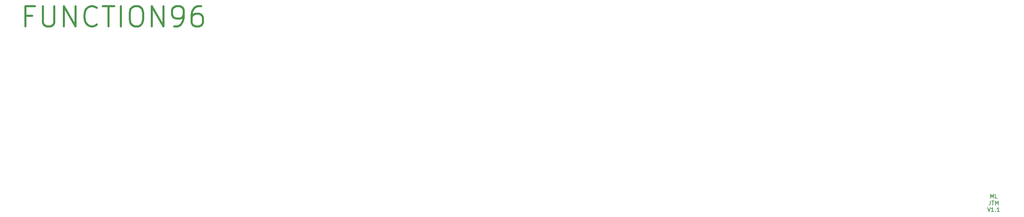
<source format=gbr>
G04 #@! TF.GenerationSoftware,KiCad,Pcbnew,(5.1.4)-1*
G04 #@! TF.CreationDate,2020-08-16T19:21:30-07:00*
G04 #@! TF.ProjectId,v1PCB,76315043-422e-46b6-9963-61645f706362,rev?*
G04 #@! TF.SameCoordinates,Original*
G04 #@! TF.FileFunction,Legend,Top*
G04 #@! TF.FilePolarity,Positive*
%FSLAX46Y46*%
G04 Gerber Fmt 4.6, Leading zero omitted, Abs format (unit mm)*
G04 Created by KiCad (PCBNEW (5.1.4)-1) date 2020-08-16 19:21:30*
%MOMM*%
%LPD*%
G04 APERTURE LIST*
%ADD10C,0.500000*%
%ADD11C,0.150000*%
%ADD12C,3.987800*%
%ADD13C,1.750000*%
%ADD14C,3.048000*%
%ADD15C,0.650000*%
%ADD16O,1.000000X2.100000*%
%ADD17O,1.000000X1.600000*%
%ADD18C,1.800000*%
G04 APERTURE END LIST*
D10*
X118787202Y-162361607D02*
X117120535Y-162361607D01*
X117120535Y-164980654D02*
X117120535Y-159980654D01*
X119501488Y-159980654D01*
X121406250Y-159980654D02*
X121406250Y-164028273D01*
X121644345Y-164504464D01*
X121882440Y-164742559D01*
X122358630Y-164980654D01*
X123311011Y-164980654D01*
X123787202Y-164742559D01*
X124025297Y-164504464D01*
X124263392Y-164028273D01*
X124263392Y-159980654D01*
X126644345Y-164980654D02*
X126644345Y-159980654D01*
X129501488Y-164980654D01*
X129501488Y-159980654D01*
X134739583Y-164504464D02*
X134501488Y-164742559D01*
X133787202Y-164980654D01*
X133311011Y-164980654D01*
X132596726Y-164742559D01*
X132120535Y-164266369D01*
X131882440Y-163790178D01*
X131644345Y-162837797D01*
X131644345Y-162123511D01*
X131882440Y-161171130D01*
X132120535Y-160694940D01*
X132596726Y-160218750D01*
X133311011Y-159980654D01*
X133787202Y-159980654D01*
X134501488Y-160218750D01*
X134739583Y-160456845D01*
X136168154Y-159980654D02*
X139025297Y-159980654D01*
X137596726Y-164980654D02*
X137596726Y-159980654D01*
X140691964Y-164980654D02*
X140691964Y-159980654D01*
X144025297Y-159980654D02*
X144977678Y-159980654D01*
X145453869Y-160218750D01*
X145930059Y-160694940D01*
X146168154Y-161647321D01*
X146168154Y-163313988D01*
X145930059Y-164266369D01*
X145453869Y-164742559D01*
X144977678Y-164980654D01*
X144025297Y-164980654D01*
X143549107Y-164742559D01*
X143072916Y-164266369D01*
X142834821Y-163313988D01*
X142834821Y-161647321D01*
X143072916Y-160694940D01*
X143549107Y-160218750D01*
X144025297Y-159980654D01*
X148311011Y-164980654D02*
X148311011Y-159980654D01*
X151168154Y-164980654D01*
X151168154Y-159980654D01*
X153787202Y-164980654D02*
X154739583Y-164980654D01*
X155215773Y-164742559D01*
X155453869Y-164504464D01*
X155930059Y-163790178D01*
X156168154Y-162837797D01*
X156168154Y-160933035D01*
X155930059Y-160456845D01*
X155691964Y-160218750D01*
X155215773Y-159980654D01*
X154263392Y-159980654D01*
X153787202Y-160218750D01*
X153549107Y-160456845D01*
X153311011Y-160933035D01*
X153311011Y-162123511D01*
X153549107Y-162599702D01*
X153787202Y-162837797D01*
X154263392Y-163075892D01*
X155215773Y-163075892D01*
X155691964Y-162837797D01*
X155930059Y-162599702D01*
X156168154Y-162123511D01*
X160453869Y-159980654D02*
X159501488Y-159980654D01*
X159025297Y-160218750D01*
X158787202Y-160456845D01*
X158311011Y-161171130D01*
X158072916Y-162123511D01*
X158072916Y-164028273D01*
X158311011Y-164504464D01*
X158549107Y-164742559D01*
X159025297Y-164980654D01*
X159977678Y-164980654D01*
X160453869Y-164742559D01*
X160691964Y-164504464D01*
X160930059Y-164028273D01*
X160930059Y-162837797D01*
X160691964Y-162361607D01*
X160453869Y-162123511D01*
X159977678Y-161885416D01*
X159025297Y-161885416D01*
X158549107Y-162123511D01*
X158311011Y-162361607D01*
X158072916Y-162837797D01*
D11*
X355115904Y-207336380D02*
X355115904Y-206336380D01*
X355449238Y-207050666D01*
X355782571Y-206336380D01*
X355782571Y-207336380D01*
X356734952Y-207336380D02*
X356258761Y-207336380D01*
X356258761Y-206336380D01*
X355044476Y-207986380D02*
X355044476Y-208700666D01*
X354996857Y-208843523D01*
X354901619Y-208938761D01*
X354758761Y-208986380D01*
X354663523Y-208986380D01*
X355377809Y-207986380D02*
X355949238Y-207986380D01*
X355663523Y-208986380D02*
X355663523Y-207986380D01*
X356282571Y-208986380D02*
X356282571Y-207986380D01*
X356615904Y-208700666D01*
X356949238Y-207986380D01*
X356949238Y-208986380D01*
X354330190Y-209636380D02*
X354663523Y-210636380D01*
X354996857Y-209636380D01*
X355854000Y-210636380D02*
X355282571Y-210636380D01*
X355568285Y-210636380D02*
X355568285Y-209636380D01*
X355473047Y-209779238D01*
X355377809Y-209874476D01*
X355282571Y-209922095D01*
X356282571Y-210541142D02*
X356330190Y-210588761D01*
X356282571Y-210636380D01*
X356234952Y-210588761D01*
X356282571Y-210541142D01*
X356282571Y-210636380D01*
X357282571Y-210636380D02*
X356711142Y-210636380D01*
X356996857Y-210636380D02*
X356996857Y-209636380D01*
X356901619Y-209779238D01*
X356806380Y-209874476D01*
X356711142Y-209922095D01*
%LPC*%
D12*
X278606250Y-211582000D03*
D13*
X273526250Y-211582000D03*
X283686250Y-211582000D03*
D14*
X266700000Y-204597000D03*
X290512500Y-204597000D03*
D12*
X266700000Y-219837000D03*
X290512500Y-219837000D03*
X123825000Y-116332000D03*
D13*
X118745000Y-116332000D03*
X128905000Y-116332000D03*
D15*
X137033750Y-104802000D03*
X131253750Y-104802000D03*
D16*
X129823750Y-105332000D03*
X138463750Y-105332000D03*
D17*
X129823750Y-101152000D03*
X138463750Y-101152000D03*
D12*
X135731250Y-192532000D03*
D13*
X130651250Y-192532000D03*
X140811250Y-192532000D03*
D14*
X123825000Y-185547000D03*
X147637500Y-185547000D03*
D12*
X123825000Y-200787000D03*
X147637500Y-200787000D03*
X447675000Y-211582000D03*
D13*
X442595000Y-211582000D03*
X452755000Y-211582000D03*
D12*
X447675000Y-192532000D03*
D13*
X442595000Y-192532000D03*
X452755000Y-192532000D03*
D18*
X113717000Y-177764000D03*
X120217000Y-173264000D03*
X113717000Y-173264000D03*
X120217000Y-177764000D03*
D12*
X316706250Y-211582000D03*
D13*
X311626250Y-211582000D03*
X321786250Y-211582000D03*
D12*
X142875000Y-116332000D03*
D13*
X137795000Y-116332000D03*
X147955000Y-116332000D03*
D12*
X466725000Y-202057000D03*
D13*
X466725000Y-196977000D03*
X466725000Y-207137000D03*
D14*
X473710000Y-190150750D03*
X473710000Y-213963250D03*
D12*
X458470000Y-190150750D03*
X458470000Y-213963250D03*
X466725000Y-163957000D03*
D13*
X466725000Y-158877000D03*
X466725000Y-169037000D03*
D14*
X473710000Y-152050750D03*
X473710000Y-175863250D03*
D12*
X458470000Y-152050750D03*
X458470000Y-175863250D03*
X207168750Y-211582000D03*
D13*
X202088750Y-211582000D03*
X212248750Y-211582000D03*
D14*
X195262500Y-204597000D03*
X219075000Y-204597000D03*
D12*
X195262500Y-219837000D03*
X219075000Y-219837000D03*
X364331250Y-192532000D03*
D13*
X359251250Y-192532000D03*
X369411250Y-192532000D03*
D12*
X378618750Y-173482000D03*
D13*
X373538750Y-173482000D03*
X383698750Y-173482000D03*
D14*
X366712500Y-166497000D03*
X390525000Y-166497000D03*
D12*
X366712500Y-181737000D03*
X390525000Y-181737000D03*
X381000000Y-135382000D03*
D13*
X375920000Y-135382000D03*
X386080000Y-135382000D03*
D14*
X369093750Y-128397000D03*
X392906250Y-128397000D03*
D12*
X369093750Y-143637000D03*
X392906250Y-143637000D03*
X319087500Y-192532000D03*
D13*
X314007500Y-192532000D03*
X324167500Y-192532000D03*
D12*
X300037500Y-192532000D03*
D13*
X294957500Y-192532000D03*
X305117500Y-192532000D03*
D12*
X166687500Y-192532000D03*
D13*
X161607500Y-192532000D03*
X171767500Y-192532000D03*
D12*
X238125000Y-116332000D03*
D13*
X233045000Y-116332000D03*
X243205000Y-116332000D03*
D12*
X180975000Y-116332000D03*
D13*
X175895000Y-116332000D03*
X186055000Y-116332000D03*
D12*
X390525000Y-192532000D03*
D13*
X385445000Y-192532000D03*
X395605000Y-192532000D03*
D12*
X171450000Y-154432000D03*
D13*
X166370000Y-154432000D03*
X176530000Y-154432000D03*
D12*
X409575000Y-154432000D03*
D13*
X404495000Y-154432000D03*
X414655000Y-154432000D03*
D12*
X428625000Y-211582000D03*
D13*
X423545000Y-211582000D03*
X433705000Y-211582000D03*
D12*
X409575000Y-211582000D03*
D13*
X404495000Y-211582000D03*
X414655000Y-211582000D03*
D12*
X390525000Y-211582000D03*
D13*
X385445000Y-211582000D03*
X395605000Y-211582000D03*
D12*
X371475000Y-211582000D03*
D13*
X366395000Y-211582000D03*
X376555000Y-211582000D03*
D12*
X340518750Y-211582000D03*
D13*
X335438750Y-211582000D03*
X345598750Y-211582000D03*
D12*
X240506250Y-211582000D03*
D13*
X235426250Y-211582000D03*
X245586250Y-211582000D03*
D12*
X173831250Y-211582000D03*
D13*
X168751250Y-211582000D03*
X178911250Y-211582000D03*
D12*
X150018750Y-211582000D03*
D13*
X144938750Y-211582000D03*
X155098750Y-211582000D03*
D12*
X126206250Y-211582000D03*
D13*
X121126250Y-211582000D03*
X131286250Y-211582000D03*
D12*
X428625000Y-192532000D03*
D13*
X423545000Y-192532000D03*
X433705000Y-192532000D03*
D12*
X409575000Y-192532000D03*
D13*
X404495000Y-192532000D03*
X414655000Y-192532000D03*
D12*
X338137500Y-192532000D03*
D13*
X333057500Y-192532000D03*
X343217500Y-192532000D03*
D12*
X280987500Y-192532000D03*
D13*
X275907500Y-192532000D03*
X286067500Y-192532000D03*
D12*
X261937500Y-192532000D03*
D13*
X256857500Y-192532000D03*
X267017500Y-192532000D03*
D12*
X242887500Y-192532000D03*
D13*
X237807500Y-192532000D03*
X247967500Y-192532000D03*
D12*
X223837500Y-192532000D03*
D13*
X218757500Y-192532000D03*
X228917500Y-192532000D03*
D12*
X204787500Y-192532000D03*
D13*
X199707500Y-192532000D03*
X209867500Y-192532000D03*
D12*
X185737500Y-192532000D03*
D13*
X180657500Y-192532000D03*
X190817500Y-192532000D03*
D12*
X447675000Y-173482000D03*
D13*
X442595000Y-173482000D03*
X452755000Y-173482000D03*
D12*
X428625000Y-173482000D03*
D13*
X423545000Y-173482000D03*
X433705000Y-173482000D03*
D12*
X409575000Y-173482000D03*
D13*
X404495000Y-173482000D03*
X414655000Y-173482000D03*
D12*
X347662500Y-173482000D03*
D13*
X342582500Y-173482000D03*
X352742500Y-173482000D03*
D12*
X328612500Y-173482000D03*
D13*
X323532500Y-173482000D03*
X333692500Y-173482000D03*
D12*
X309562500Y-173482000D03*
D13*
X304482500Y-173482000D03*
X314642500Y-173482000D03*
D12*
X290512500Y-173482000D03*
D13*
X285432500Y-173482000D03*
X295592500Y-173482000D03*
D12*
X271462500Y-173482000D03*
D13*
X266382500Y-173482000D03*
X276542500Y-173482000D03*
D12*
X252412500Y-173482000D03*
D13*
X247332500Y-173482000D03*
X257492500Y-173482000D03*
D12*
X233362500Y-173482000D03*
D13*
X228282500Y-173482000D03*
X238442500Y-173482000D03*
D12*
X214312500Y-173482000D03*
D13*
X209232500Y-173482000D03*
X219392500Y-173482000D03*
D12*
X195262500Y-173482000D03*
D13*
X190182500Y-173482000D03*
X200342500Y-173482000D03*
D12*
X176212500Y-173482000D03*
D13*
X171132500Y-173482000D03*
X181292500Y-173482000D03*
D12*
X157162500Y-173482000D03*
D13*
X152082500Y-173482000D03*
X162242500Y-173482000D03*
D12*
X130968750Y-173482000D03*
D13*
X125888750Y-173482000D03*
X136048750Y-173482000D03*
D12*
X447675000Y-154432000D03*
D13*
X442595000Y-154432000D03*
X452755000Y-154432000D03*
D12*
X428625000Y-154432000D03*
D13*
X423545000Y-154432000D03*
X433705000Y-154432000D03*
D12*
X385762500Y-154432000D03*
D13*
X380682500Y-154432000D03*
X390842500Y-154432000D03*
D12*
X361950000Y-154432000D03*
D13*
X356870000Y-154432000D03*
X367030000Y-154432000D03*
D12*
X342900000Y-154432000D03*
D13*
X337820000Y-154432000D03*
X347980000Y-154432000D03*
D12*
X323850000Y-154432000D03*
D13*
X318770000Y-154432000D03*
X328930000Y-154432000D03*
D12*
X304800000Y-154432000D03*
D13*
X299720000Y-154432000D03*
X309880000Y-154432000D03*
D12*
X285750000Y-154432000D03*
D13*
X280670000Y-154432000D03*
X290830000Y-154432000D03*
D12*
X266700000Y-154432000D03*
D13*
X261620000Y-154432000D03*
X271780000Y-154432000D03*
D12*
X247650000Y-154432000D03*
D13*
X242570000Y-154432000D03*
X252730000Y-154432000D03*
D12*
X228600000Y-154432000D03*
D13*
X223520000Y-154432000D03*
X233680000Y-154432000D03*
D12*
X209550000Y-154432000D03*
D13*
X204470000Y-154432000D03*
X214630000Y-154432000D03*
D12*
X190500000Y-154432000D03*
D13*
X185420000Y-154432000D03*
X195580000Y-154432000D03*
D12*
X152400000Y-154432000D03*
D13*
X147320000Y-154432000D03*
X157480000Y-154432000D03*
D12*
X128587500Y-154432000D03*
D13*
X123507500Y-154432000D03*
X133667500Y-154432000D03*
D12*
X466725000Y-135382000D03*
D13*
X461645000Y-135382000D03*
X471805000Y-135382000D03*
D12*
X447675000Y-135382000D03*
D13*
X442595000Y-135382000D03*
X452755000Y-135382000D03*
D12*
X428625000Y-135382000D03*
D13*
X423545000Y-135382000D03*
X433705000Y-135382000D03*
D12*
X409575000Y-135382000D03*
D13*
X404495000Y-135382000D03*
X414655000Y-135382000D03*
D12*
X352425000Y-135382000D03*
D13*
X347345000Y-135382000D03*
X357505000Y-135382000D03*
D12*
X333375000Y-135382000D03*
D13*
X328295000Y-135382000D03*
X338455000Y-135382000D03*
D12*
X314325000Y-135382000D03*
D13*
X309245000Y-135382000D03*
X319405000Y-135382000D03*
D12*
X295275000Y-135382000D03*
D13*
X290195000Y-135382000D03*
X300355000Y-135382000D03*
D12*
X276225000Y-135382000D03*
D13*
X271145000Y-135382000D03*
X281305000Y-135382000D03*
D12*
X257175000Y-135382000D03*
D13*
X252095000Y-135382000D03*
X262255000Y-135382000D03*
D12*
X238125000Y-135382000D03*
D13*
X233045000Y-135382000D03*
X243205000Y-135382000D03*
D12*
X219075000Y-135382000D03*
D13*
X213995000Y-135382000D03*
X224155000Y-135382000D03*
D12*
X200025000Y-135382000D03*
D13*
X194945000Y-135382000D03*
X205105000Y-135382000D03*
D12*
X180975000Y-135382000D03*
D13*
X175895000Y-135382000D03*
X186055000Y-135382000D03*
D12*
X161925000Y-135382000D03*
D13*
X156845000Y-135382000D03*
X167005000Y-135382000D03*
D12*
X142875000Y-135382000D03*
D13*
X137795000Y-135382000D03*
X147955000Y-135382000D03*
D12*
X123825000Y-135382000D03*
D13*
X118745000Y-135382000D03*
X128905000Y-135382000D03*
D12*
X466725000Y-116332000D03*
D13*
X461645000Y-116332000D03*
X471805000Y-116332000D03*
D12*
X447675000Y-116332000D03*
D13*
X442595000Y-116332000D03*
X452755000Y-116332000D03*
D12*
X428625000Y-116332000D03*
D13*
X423545000Y-116332000D03*
X433705000Y-116332000D03*
D12*
X409575000Y-116332000D03*
D13*
X404495000Y-116332000D03*
X414655000Y-116332000D03*
D12*
X390525000Y-116332000D03*
D13*
X385445000Y-116332000D03*
X395605000Y-116332000D03*
D12*
X371475000Y-116332000D03*
D13*
X366395000Y-116332000D03*
X376555000Y-116332000D03*
D12*
X352425000Y-116332000D03*
D13*
X347345000Y-116332000D03*
X357505000Y-116332000D03*
D12*
X333375000Y-116332000D03*
D13*
X328295000Y-116332000D03*
X338455000Y-116332000D03*
D12*
X314325000Y-116332000D03*
D13*
X309245000Y-116332000D03*
X319405000Y-116332000D03*
D12*
X295275000Y-116332000D03*
D13*
X290195000Y-116332000D03*
X300355000Y-116332000D03*
D12*
X276225000Y-116332000D03*
D13*
X271145000Y-116332000D03*
X281305000Y-116332000D03*
D12*
X257175000Y-116332000D03*
D13*
X252095000Y-116332000D03*
X262255000Y-116332000D03*
D12*
X219075000Y-116332000D03*
D13*
X213995000Y-116332000D03*
X224155000Y-116332000D03*
D12*
X200025000Y-116332000D03*
D13*
X194945000Y-116332000D03*
X205105000Y-116332000D03*
D12*
X161925000Y-116332000D03*
D13*
X156845000Y-116332000D03*
X167005000Y-116332000D03*
D18*
X120217000Y-166406000D03*
X113717000Y-170906000D03*
X120217000Y-170906000D03*
X113717000Y-166406000D03*
M02*

</source>
